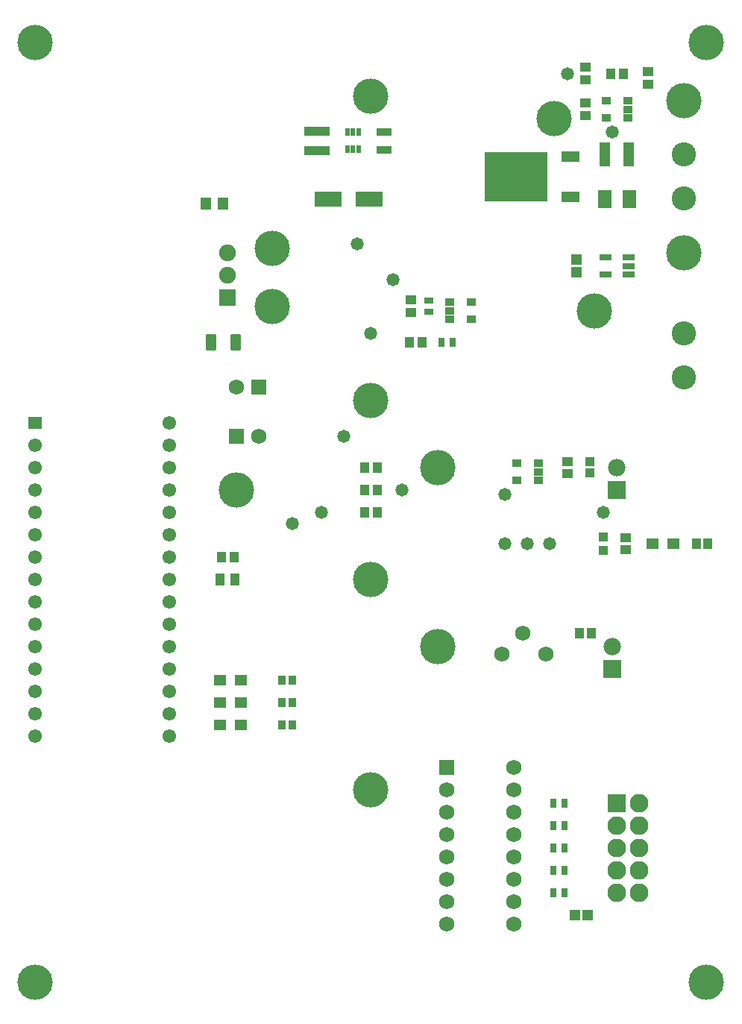
<source format=gts>
G04 Layer_Color=20142*
%FSLAX25Y25*%
%MOIN*%
G70*
G01*
G75*
%ADD57R,0.05721X0.05131*%
%ADD58R,0.04147X0.04540*%
%ADD59R,0.04934X0.04343*%
G04:AMPARAMS|DCode=60|XSize=43mil|YSize=43mil|CornerRadius=8.38mil|HoleSize=0mil|Usage=FLASHONLY|Rotation=270.000|XOffset=0mil|YOffset=0mil|HoleType=Round|Shape=RoundedRectangle|*
%AMROUNDEDRECTD60*
21,1,0.04300,0.02625,0,0,270.0*
21,1,0.02625,0.04300,0,0,270.0*
1,1,0.01675,-0.01313,-0.01313*
1,1,0.01675,-0.01313,0.01313*
1,1,0.01675,0.01313,0.01313*
1,1,0.01675,0.01313,-0.01313*
%
%ADD60ROUNDEDRECTD60*%
%ADD61R,0.04934X0.04737*%
%ADD62R,0.03162X0.03950*%
%ADD63R,0.04343X0.03359*%
%ADD64R,0.04343X0.04147*%
%ADD65R,0.01975X0.03747*%
%ADD66R,0.06312X0.08083*%
%ADD67R,0.04737X0.11036*%
%ADD68R,0.06509X0.03800*%
%ADD69R,0.12217X0.07099*%
%ADD70R,0.11430X0.03950*%
%ADD71R,0.03950X0.04737*%
%ADD72R,0.03556X0.04147*%
%ADD73R,0.04343X0.04934*%
%ADD74R,0.05524X0.02965*%
%ADD75R,0.04800X0.05800*%
%ADD76R,0.08280X0.04540*%
%ADD77R,0.27965X0.22453*%
%ADD78R,0.04343X0.05721*%
%ADD79R,0.04737X0.03950*%
%ADD80R,0.04737X0.04934*%
G04:AMPARAMS|DCode=81|XSize=75.72mil|YSize=49.73mil|CornerRadius=13.81mil|HoleSize=0mil|Usage=FLASHONLY|Rotation=90.000|XOffset=0mil|YOffset=0mil|HoleType=Round|Shape=RoundedRectangle|*
%AMROUNDEDRECTD81*
21,1,0.07572,0.02212,0,0,90.0*
21,1,0.04810,0.04973,0,0,90.0*
1,1,0.02761,0.01106,0.02405*
1,1,0.02761,0.01106,-0.02405*
1,1,0.02761,-0.01106,-0.02405*
1,1,0.02761,-0.01106,0.02405*
%
%ADD81ROUNDEDRECTD81*%
%ADD82R,0.03950X0.03162*%
%ADD83C,0.07493*%
%ADD84R,0.07493X0.07493*%
%ADD85R,0.06800X0.06800*%
%ADD86C,0.06800*%
%ADD87R,0.07887X0.07887*%
%ADD88C,0.07800*%
%ADD89C,0.15800*%
%ADD90C,0.05800*%
%ADD91R,0.08300X0.08300*%
%ADD92C,0.08300*%
%ADD93C,0.10800*%
%ADD94R,0.06300X0.05800*%
%ADD95O,0.06300X0.05800*%
D57*
X585252Y306000D02*
D03*
X576000D02*
D03*
X391752Y225000D02*
D03*
X382500D02*
D03*
X391752Y235000D02*
D03*
X382500D02*
D03*
Y245000D02*
D03*
X391752D02*
D03*
D58*
X595441Y306000D02*
D03*
X600559D02*
D03*
X548658Y266000D02*
D03*
X543342D02*
D03*
D59*
X538000Y337343D02*
D03*
Y342657D02*
D03*
X564000Y303343D02*
D03*
Y308658D02*
D03*
D60*
X554000Y303000D02*
D03*
Y309000D02*
D03*
D61*
X546953Y140000D02*
D03*
X541047D02*
D03*
D62*
X531441Y190000D02*
D03*
X536559D02*
D03*
X531441Y180000D02*
D03*
X536559D02*
D03*
X531441Y170000D02*
D03*
X536559D02*
D03*
X531441Y160000D02*
D03*
X536559D02*
D03*
X531441Y150000D02*
D03*
X536559D02*
D03*
X486559Y396000D02*
D03*
X481441D02*
D03*
D63*
X524724Y334260D02*
D03*
Y338000D02*
D03*
Y341740D02*
D03*
X515276D02*
D03*
Y334260D02*
D03*
X564724Y496260D02*
D03*
Y500000D02*
D03*
Y503740D02*
D03*
X555276D02*
D03*
Y496260D02*
D03*
X485276Y413740D02*
D03*
Y410000D02*
D03*
Y406260D02*
D03*
X494724D02*
D03*
Y413740D02*
D03*
D64*
X548000Y342559D02*
D03*
Y337441D02*
D03*
D65*
X439441Y489740D02*
D03*
X442000D02*
D03*
X444559D02*
D03*
Y482260D02*
D03*
X442000D02*
D03*
X439441D02*
D03*
D66*
X554488Y460000D02*
D03*
X565512D02*
D03*
D67*
X565315Y480000D02*
D03*
X554685D02*
D03*
D68*
X456000Y482000D02*
D03*
Y490000D02*
D03*
D69*
X430945Y460000D02*
D03*
X449055D02*
D03*
D70*
X426000Y481669D02*
D03*
Y490331D02*
D03*
D71*
X467047Y396000D02*
D03*
X472953D02*
D03*
X562953Y516000D02*
D03*
X557047D02*
D03*
D72*
X414961Y245000D02*
D03*
X410039D02*
D03*
X414961Y235000D02*
D03*
X410039D02*
D03*
X414961Y225000D02*
D03*
X410039D02*
D03*
D73*
X447146Y330000D02*
D03*
X452854D02*
D03*
X447146Y340000D02*
D03*
X452854D02*
D03*
Y320000D02*
D03*
X447146D02*
D03*
X383146Y300000D02*
D03*
X388854D02*
D03*
D74*
X554881Y426260D02*
D03*
Y433740D02*
D03*
X565119D02*
D03*
Y430000D02*
D03*
Y426260D02*
D03*
D75*
X383854Y458000D02*
D03*
X376146D02*
D03*
D76*
X539126Y461024D02*
D03*
Y478976D02*
D03*
D77*
X514716Y470000D02*
D03*
D78*
X382653Y290000D02*
D03*
X389347D02*
D03*
D79*
X546000Y502953D02*
D03*
Y497047D02*
D03*
Y518953D02*
D03*
Y513047D02*
D03*
X574000Y511047D02*
D03*
Y516953D02*
D03*
X468000Y409047D02*
D03*
Y414953D02*
D03*
D80*
X542000Y427047D02*
D03*
Y432953D02*
D03*
D81*
X378390Y396000D02*
D03*
X389610D02*
D03*
D82*
X476000Y409441D02*
D03*
Y414559D02*
D03*
D83*
X386000Y436000D02*
D03*
Y426000D02*
D03*
D84*
Y416000D02*
D03*
D85*
X390000Y354000D02*
D03*
X400000Y376000D02*
D03*
X484000Y206000D02*
D03*
D86*
X400000Y354000D02*
D03*
X390000Y376000D02*
D03*
X528185Y256500D02*
D03*
X518000Y266000D02*
D03*
X508500Y256500D02*
D03*
X484000Y196000D02*
D03*
Y186000D02*
D03*
Y176000D02*
D03*
Y166000D02*
D03*
Y156000D02*
D03*
Y146000D02*
D03*
Y136000D02*
D03*
X514000Y206000D02*
D03*
Y196000D02*
D03*
Y186000D02*
D03*
Y176000D02*
D03*
Y166000D02*
D03*
Y156000D02*
D03*
Y146000D02*
D03*
Y136000D02*
D03*
D87*
X560000Y330000D02*
D03*
X558000Y250000D02*
D03*
D88*
X560000Y340000D02*
D03*
X558000Y260000D02*
D03*
D89*
X390000Y330000D02*
D03*
X480000Y340000D02*
D03*
X450000Y196000D02*
D03*
X480000Y260000D02*
D03*
X450000Y506000D02*
D03*
X590000Y436000D02*
D03*
X532000Y496000D02*
D03*
X590000Y504000D02*
D03*
X550000Y410000D02*
D03*
X450000Y370000D02*
D03*
X406000Y412000D02*
D03*
Y438000D02*
D03*
X450000Y290000D02*
D03*
X600000Y110000D02*
D03*
X300000D02*
D03*
X600000Y530000D02*
D03*
X300000D02*
D03*
D90*
X510000Y306000D02*
D03*
X520000D02*
D03*
X530000D02*
D03*
X438000Y354000D02*
D03*
X428000Y320000D02*
D03*
X415000Y315000D02*
D03*
X450000Y400000D02*
D03*
X460000Y424000D02*
D03*
X444000Y440000D02*
D03*
X554000Y320000D02*
D03*
X510000Y328000D02*
D03*
X464000Y330000D02*
D03*
X538000Y516000D02*
D03*
X558000Y490000D02*
D03*
D91*
X560000Y190000D02*
D03*
D92*
X570000D02*
D03*
X560000Y180000D02*
D03*
X570000D02*
D03*
X560000Y170000D02*
D03*
X570000D02*
D03*
X560000Y160000D02*
D03*
X570000D02*
D03*
X560000Y150000D02*
D03*
X570000D02*
D03*
D93*
X590000Y460157D02*
D03*
Y479843D02*
D03*
Y380157D02*
D03*
Y399843D02*
D03*
D94*
X300000Y360000D02*
D03*
D95*
Y350000D02*
D03*
Y340000D02*
D03*
Y330000D02*
D03*
Y320000D02*
D03*
Y310000D02*
D03*
Y300000D02*
D03*
Y290000D02*
D03*
Y280000D02*
D03*
Y270000D02*
D03*
Y260000D02*
D03*
Y250000D02*
D03*
Y240000D02*
D03*
Y230000D02*
D03*
Y220000D02*
D03*
X360000Y360000D02*
D03*
Y350000D02*
D03*
Y340000D02*
D03*
Y330000D02*
D03*
Y320000D02*
D03*
Y310000D02*
D03*
Y300000D02*
D03*
Y290000D02*
D03*
Y280000D02*
D03*
Y270000D02*
D03*
Y260000D02*
D03*
Y250000D02*
D03*
Y240000D02*
D03*
Y230000D02*
D03*
Y220000D02*
D03*
M02*

</source>
